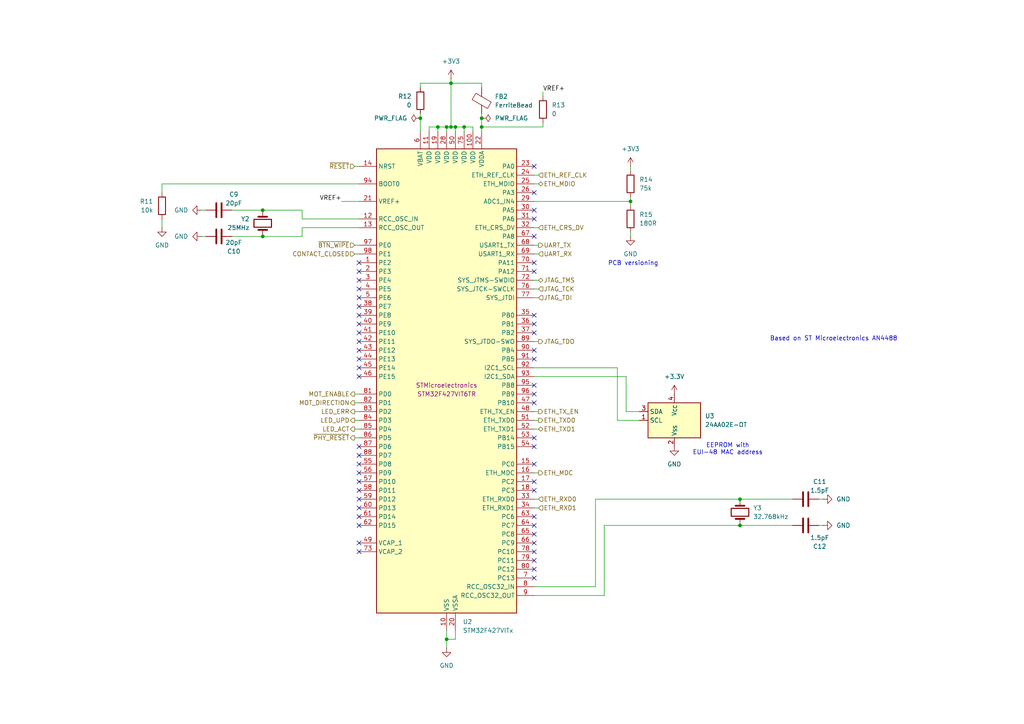
<source format=kicad_sch>
(kicad_sch (version 20250114) (generator "eeschema") (generator_version "9.0")
  (paper "A4")
  (title_block (title "iot-contact"))
  (lib_symbols
    (symbol "Device:C" (pin_numbers (hide yes)) (pin_names (offset 0.254))
      (property "Reference" "C" (at 0.635 2.54 0))
      (property "Value" "C" (at 0.635 -2.54 0))
      (symbol "C_0_1"
        (polyline (pts (xy -2.032 0.762) (xy 2.032 0.762)) (stroke (width 0.508)))
        (polyline (pts (xy -2.032 -0.762) (xy 2.032 -0.762)) (stroke (width 0.508)))
      )
      (symbol "C_1_1"
        (pin passive line (at 0 3.81 270) (length 2.794) (name "~") (number "1"))
        (pin passive line (at 0 -3.81 90) (length 2.794) (name "~") (number "2"))
      )
    )
    (symbol "Device:Crystal" (pin_numbers (hide yes)) (pin_names (offset 1.016) (hide yes))
      (property "Reference" "Y" (at 0 3.81 0))
      (property "Value" "Crystal" (at 0 -3.81 0))
      (symbol "Crystal_0_1"
        (polyline (pts (xy -2.54 0) (xy -1.905 0)))
        (polyline (pts (xy -1.905 -1.27) (xy -1.905 1.27)) (stroke (width 0.508)))
        (rectangle (start -1.143 2.54) (end 1.143 -2.54) (stroke (width 0.3048)))
        (polyline (pts (xy 1.905 -1.27) (xy 1.905 1.27)) (stroke (width 0.508)))
        (polyline (pts (xy 2.54 0) (xy 1.905 0)))
      )
      (symbol "Crystal_1_1"
        (pin passive line (at -3.81 0 0) (length 1.27) (name "1") (number "1"))
        (pin passive line (at 3.81 0 180) (length 1.27) (name "2") (number "2"))
      )
    )
    (symbol "Device:FerriteBead" (pin_numbers (hide yes)) (pin_names (offset 0))
      (property "Reference" "FB" (at -3.81 0.635 90))
      (property "Value" "FerriteBead" (at 3.81 0 90))
      (symbol "FerriteBead_0_1"
        (polyline (pts (xy -2.7686 0.4064) (xy -1.7018 2.2606) (xy 2.7686 -0.3048) (xy 1.6764 -2.159) (xy -2.7686 0.4064)))
        (polyline (pts (xy 0 1.27) (xy 0 1.2954)))
        (polyline (pts (xy 0 -1.27) (xy 0 -1.2192)))
      )
      (symbol "FerriteBead_1_1"
        (pin passive line (at 0 3.81 270) (length 2.54) (name "~") (number "1"))
        (pin passive line (at 0 -3.81 90) (length 2.54) (name "~") (number "2"))
      )
    )
    (symbol "Device:R" (pin_numbers (hide yes)) (pin_names (offset 0))
      (property "Reference" "R" (at 2.032 0 90))
      (property "Value" "R" (at 0 0 90))
      (symbol "R_0_1"
        (rectangle (start -1.016 -2.54) (end 1.016 2.54) (stroke (width 0.254)))
      )
      (symbol "R_1_1"
        (pin passive line (at 0 3.81 270) (length 1.27) (name "~") (number "1"))
        (pin passive line (at 0 -3.81 90) (length 1.27) (name "~") (number "2"))
      )
    )
    (symbol "MCU_ST_STM32F4:STM32F427VITx"
      (property "Reference" "U" (at -20.32 69.85 0))
      (property "Value" "STM32F427VITx" (at 12.7 69.85 0))
      (symbol "STM32F427VITx_0_1"
        (rectangle (start -20.32 -66.04) (end 20.32 68.58) (stroke (width 0.254)) (fill (type background)))
      )
      (symbol "STM32F427VITx_1_1"
        (pin input line (at -25.4 63.5 0) (length 5.08) (name "NRST") (number "14"))
        (pin input line (at -25.4 58.42 0) (length 5.08) (name "BOOT0") (number "94"))
        (pin input line (at -25.4 53.34 0) (length 5.08) (name "VREF+") (number "21"))
        (pin bidirectional line (at -25.4 48.26 0) (length 5.08) (name "PH0") (number "12") (alternate "RCC_OSC_IN" bidirectional line))
        (pin bidirectional line (at -25.4 45.72 0) (length 5.08) (name "PH1") (number "13") (alternate "RCC_OSC_OUT" bidirectional line))
        (pin bidirectional line (at -25.4 40.64 0) (length 5.08) (name "PE0") (number "97"))
        (pin bidirectional line (at -25.4 38.1 0) (length 5.08) (name "PE1") (number "98"))
        (pin bidirectional line (at -25.4 35.56 0) (length 5.08) (name "PE2") (number "1"))
        (pin bidirectional line (at -25.4 33.02 0) (length 5.08) (name "PE3") (number "2"))
        (pin bidirectional line (at -25.4 30.48 0) (length 5.08) (name "PE4") (number "3"))
        (pin bidirectional line (at -25.4 27.94 0) (length 5.08) (name "PE5") (number "4"))
        (pin bidirectional line (at -25.4 25.4 0) (length 5.08) (name "PE6") (number "5"))
        (pin bidirectional line (at -25.4 22.86 0) (length 5.08) (name "PE7") (number "38"))
        (pin bidirectional line (at -25.4 20.32 0) (length 5.08) (name "PE8") (number "39"))
        (pin bidirectional line (at -25.4 17.78 0) (length 5.08) (name "PE9") (number "40"))
        (pin bidirectional line (at -25.4 15.24 0) (length 5.08) (name "PE10") (number "41"))
        (pin bidirectional line (at -25.4 12.7 0) (length 5.08) (name "PE11") (number "42"))
        (pin bidirectional line (at -25.4 10.16 0) (length 5.08) (name "PE12") (number "43"))
        (pin bidirectional line (at -25.4 7.62 0) (length 5.08) (name "PE13") (number "44"))
        (pin bidirectional line (at -25.4 5.08 0) (length 5.08) (name "PE14") (number "45"))
        (pin bidirectional line (at -25.4 2.54 0) (length 5.08) (name "PE15") (number "46"))
        (pin bidirectional line (at -25.4 -2.54 0) (length 5.08) (name "PD0") (number "81"))
        (pin bidirectional line (at -25.4 -5.08 0) (length 5.08) (name "PD1") (number "82"))
        (pin bidirectional line (at -25.4 -7.62 0) (length 5.08) (name "PD2") (number "83"))
        (pin bidirectional line (at -25.4 -10.16 0) (length 5.08) (name "PD3") (number "84"))
        (pin bidirectional line (at -25.4 -12.7 0) (length 5.08) (name "PD4") (number "85"))
        (pin bidirectional line (at -25.4 -15.24 0) (length 5.08) (name "PD5") (number "86"))
        (pin bidirectional line (at -25.4 -17.78 0) (length 5.08) (name "PD6") (number "87"))
        (pin bidirectional line (at -25.4 -20.32 0) (length 5.08) (name "PD7") (number "88"))
        (pin bidirectional line (at -25.4 -22.86 0) (length 5.08) (name "PD8") (number "55"))
        (pin bidirectional line (at -25.4 -25.4 0) (length 5.08) (name "PD9") (number "56"))
        (pin bidirectional line (at -25.4 -27.94 0) (length 5.08) (name "PD10") (number "57"))
        (pin bidirectional line (at -25.4 -30.48 0) (length 5.08) (name "PD11") (number "58"))
        (pin bidirectional line (at -25.4 -33.02 0) (length 5.08) (name "PD12") (number "59"))
        (pin bidirectional line (at -25.4 -35.56 0) (length 5.08) (name "PD13") (number "60"))
        (pin bidirectional line (at -25.4 -38.1 0) (length 5.08) (name "PD14") (number "61"))
        (pin bidirectional line (at -25.4 -40.64 0) (length 5.08) (name "PD15") (number "62"))
        (pin power_out line (at -25.4 -45.72 0) (length 5.08) (name "VCAP_1") (number "49"))
        (pin power_out line (at -25.4 -48.26 0) (length 5.08) (name "VCAP_2") (number "73"))
        (pin power_in line (at -7.62 73.66 270) (length 5.08) (name "VBAT") (number "6"))
        (pin power_in line (at -5.08 73.66 270) (length 5.08) (name "VDD") (number "11"))
        (pin power_in line (at -2.54 73.66 270) (length 5.08) (name "VDD") (number "19"))
        (pin power_in line (at 0 73.66 270) (length 5.08) (name "VDD") (number "28"))
        (pin power_in line (at 0 -71.12 90) (length 5.08) (name "VSS") (number "10"))
        (pin passive line (at 0 -71.12 90) (length 5.08) (hide yes) (name "VSS") (number "27"))
        (pin passive line (at 0 -71.12 90) (length 5.08) (hide yes) (name "VSS") (number "74"))
        (pin passive line (at 0 -71.12 90) (length 5.08) (hide yes) (name "VSS") (number "99"))
        (pin power_in line (at 2.54 73.66 270) (length 5.08) (name "VDD") (number "50"))
        (pin power_in line (at 2.54 -71.12 90) (length 5.08) (name "VSSA") (number "20"))
        (pin power_in line (at 5.08 73.66 270) (length 5.08) (name "VDD") (number "75"))
        (pin power_in line (at 7.62 73.66 270) (length 5.08) (name "VDD") (number "100"))
        (pin power_in line (at 10.16 73.66 270) (length 5.08) (name "VDDA") (number "22"))
        (pin bidirectional line (at 25.4 63.5 180) (length 5.08) (name "PA0") (number "23"))
        (pin bidirectional line (at 25.4 60.96 180) (length 5.08) (name "PA1") (number "24") (alternate "ETH_REF_CLK" bidirectional line))
        (pin bidirectional line (at 25.4 58.42 180) (length 5.08) (name "PA2") (number "25") (alternate "ETH_MDIO" bidirectional line))
        (pin bidirectional line (at 25.4 55.88 180) (length 5.08) (name "PA3") (number "26"))
        (pin bidirectional line (at 25.4 53.34 180) (length 5.08) (name "PA4") (number "29") (alternate "ADC1_IN4" bidirectional line))
        (pin bidirectional line (at 25.4 50.8 180) (length 5.08) (name "PA5") (number "30"))
        (pin bidirectional line (at 25.4 48.26 180) (length 5.08) (name "PA6") (number "31"))
        (pin bidirectional line (at 25.4 45.72 180) (length 5.08) (name "PA7") (number "32") (alternate "ETH_CRS_DV" bidirectional line))
        (pin bidirectional line (at 25.4 43.18 180) (length 5.08) (name "PA8") (number "67"))
        (pin bidirectional line (at 25.4 40.64 180) (length 5.08) (name "PA9") (number "68") (alternate "USART1_TX" bidirectional line))
        (pin bidirectional line (at 25.4 38.1 180) (length 5.08) (name "PA10") (number "69") (alternate "USART1_RX" bidirectional line))
        (pin bidirectional line (at 25.4 35.56 180) (length 5.08) (name "PA11") (number "70"))
        (pin bidirectional line (at 25.4 33.02 180) (length 5.08) (name "PA12") (number "71"))
        (pin bidirectional line (at 25.4 30.48 180) (length 5.08) (name "PA13") (number "72") (alternate "SYS_JTMS-SWDIO" bidirectional line))
        (pin bidirectional line (at 25.4 27.94 180) (length 5.08) (name "PA14") (number "76") (alternate "SYS_JTCK-SWCLK" bidirectional line))
        (pin bidirectional line (at 25.4 25.4 180) (length 5.08) (name "PA15") (number "77") (alternate "SYS_JTDI" bidirectional line))
        (pin bidirectional line (at 25.4 20.32 180) (length 5.08) (name "PB0") (number "35"))
        (pin bidirectional line (at 25.4 17.78 180) (length 5.08) (name "PB1") (number "36"))
        (pin bidirectional line (at 25.4 15.24 180) (length 5.08) (name "PB2") (number "37"))
        (pin bidirectional line (at 25.4 12.7 180) (length 5.08) (name "PB3") (number "89") (alternate "SYS_JTDO-SWO" bidirectional line))
        (pin bidirectional line (at 25.4 10.16 180) (length 5.08) (name "PB4") (number "90"))
        (pin bidirectional line (at 25.4 7.62 180) (length 5.08) (name "PB5") (number "91"))
        (pin bidirectional line (at 25.4 5.08 180) (length 5.08) (name "PB6") (number "92") (alternate "I2C1_SCL" bidirectional line) (alternate "USART1_TX" bidirectional line))
        (pin bidirectional line (at 25.4 2.54 180) (length 5.08) (name "PB7") (number "93") (alternate "I2C1_SDA" bidirectional line) (alternate "USART1_RX" bidirectional line))
        (pin bidirectional line (at 25.4 0 180) (length 5.08) (name "PB8") (number "95") (alternate "I2C1_SCL" bidirectional line))
        (pin bidirectional line (at 25.4 -2.54 180) (length 5.08) (name "PB9") (number "96") (alternate "I2C1_SDA" bidirectional line))
        (pin bidirectional line (at 25.4 -5.08 180) (length 5.08) (name "PB10") (number "47"))
        (pin bidirectional line (at 25.4 -7.62 180) (length 5.08) (name "PB11") (number "48") (alternate "ETH_TX_EN" bidirectional line))
        (pin bidirectional line (at 25.4 -10.16 180) (length 5.08) (name "PB12") (number "51") (alternate "ETH_TXD0" bidirectional line))
        (pin bidirectional line (at 25.4 -12.7 180) (length 5.08) (name "PB13") (number "52") (alternate "ETH_TXD1" bidirectional line))
        (pin bidirectional line (at 25.4 -15.24 180) (length 5.08) (name "PB14") (number "53"))
        (pin bidirectional line (at 25.4 -17.78 180) (length 5.08) (name "PB15") (number "54"))
        (pin bidirectional line (at 25.4 -22.86 180) (length 5.08) (name "PC0") (number "15"))
        (pin bidirectional line (at 25.4 -25.4 180) (length 5.08) (name "PC1") (number "16") (alternate "ETH_MDC" bidirectional line))
        (pin bidirectional line (at 25.4 -27.94 180) (length 5.08) (name "PC2") (number "17"))
        (pin bidirectional line (at 25.4 -30.48 180) (length 5.08) (name "PC3") (number "18"))
        (pin bidirectional line (at 25.4 -33.02 180) (length 5.08) (name "PC4") (number "33") (alternate "ETH_RXD0" bidirectional line))
        (pin bidirectional line (at 25.4 -35.56 180) (length 5.08) (name "PC5") (number "34") (alternate "ETH_RXD1" bidirectional line))
        (pin bidirectional line (at 25.4 -38.1 180) (length 5.08) (name "PC6") (number "63"))
        (pin bidirectional line (at 25.4 -40.64 180) (length 5.08) (name "PC7") (number "64"))
        (pin bidirectional line (at 25.4 -43.18 180) (length 5.08) (name "PC8") (number "65"))
        (pin bidirectional line (at 25.4 -45.72 180) (length 5.08) (name "PC9") (number "66"))
        (pin bidirectional line (at 25.4 -48.26 180) (length 5.08) (name "PC10") (number "78"))
        (pin bidirectional line (at 25.4 -50.8 180) (length 5.08) (name "PC11") (number "79"))
        (pin bidirectional line (at 25.4 -53.34 180) (length 5.08) (name "PC12") (number "80"))
        (pin bidirectional line (at 25.4 -55.88 180) (length 5.08) (name "PC13") (number "7"))
        (pin bidirectional line (at 25.4 -58.42 180) (length 5.08) (name "PC14") (number "8") (alternate "RCC_OSC32_IN" bidirectional line))
        (pin bidirectional line (at 25.4 -60.96 180) (length 5.08) (name "PC15") (number "9") (alternate "RCC_OSC32_OUT" bidirectional line))
      )
    )
    (symbol "Memory_EEPROM:24AA02E-OT"
      (property "Reference" "U" (at -7.62 6.35 0))
      (property "Value" "24AA02E-OT" (at 2.54 -6.35 0))
      (symbol "24AA02E-OT_1_1"
        (rectangle (start -7.62 5.08) (end 7.62 -5.08) (stroke (width 0.254)) (fill (type background)))
        (pin no_connect line (at -10.16 0 0) (length 2.54) (hide yes) (name "NC") (number "5"))
        (pin power_in line (at 0 7.62 270) (length 2.54) (name "V_{CC}") (number "4"))
        (pin power_in line (at 0 -7.62 90) (length 2.54) (name "V_{SS}") (number "2"))
        (pin bidirectional line (at 10.16 2.54 180) (length 2.54) (name "SDA") (number "3"))
        (pin input line (at 10.16 0 180) (length 2.54) (name "SCL") (number "1"))
      )
    )
    (symbol "power:+3.3V" (power) (pin_numbers (hide yes)) (pin_names (offset 0) (hide yes))
      (property "Value" "+3.3V" (at 0 3.556 0))
      (symbol "+3.3V_0_1"
        (polyline (pts (xy -0.762 1.27) (xy 0 2.54)))
        (polyline (pts (xy 0 2.54) (xy 0.762 1.27)))
        (polyline (pts (xy 0 0) (xy 0 2.54)))
      )
      (symbol "+3.3V_1_1"
        (pin power_in line (at 0 0 90) (length 0) (name "~") (number "1"))
      )
    )
    (symbol "power:+3V3" (power) (pin_numbers (hide yes)) (pin_names (offset 0) (hide yes))
      (property "Value" "+3V3" (at 0 3.556 0))
      (symbol "+3V3_0_1"
        (polyline (pts (xy -0.762 1.27) (xy 0 2.54)))
        (polyline (pts (xy 0 2.54) (xy 0.762 1.27)))
        (polyline (pts (xy 0 0) (xy 0 2.54)))
      )
      (symbol "+3V3_1_1"
        (pin power_in line (at 0 0 90) (length 0) (name "~") (number "1"))
      )
    )
    (symbol "power:GND" (power) (pin_numbers (hide yes)) (pin_names (offset 0) (hide yes))
      (property "Value" "GND" (at 0 -3.81 0))
      (symbol "GND_0_1"
        (polyline (pts (xy 0 0) (xy 0 -1.27) (xy 1.27 -1.27) (xy 0 -2.54) (xy -1.27 -1.27) (xy 0 -1.27)))
      )
      (symbol "GND_1_1"
        (pin power_in line (at 0 0 270) (length 0) (name "~") (number "1"))
      )
    )
    (symbol "power:PWR_FLAG" (power) (pin_numbers (hide yes)) (pin_names (offset 0) (hide yes))
      (property "Value" "PWR_FLAG" (at 0 3.81 0))
      (symbol "PWR_FLAG_0_0"
        (pin power_out line (at 0 0 90) (length 0) (name "~") (number "1"))
      )
      (symbol "PWR_FLAG_0_1"
        (polyline (pts (xy 0 0) (xy 0 1.27) (xy -1.016 1.905) (xy 0 2.54) (xy 1.016 1.905) (xy 0 1.27)))
      )
    )
  )
  (text "PCB versioning" (at 183.642 76.454 0) (effects (font (size 1.27 1.27))))
  (text "EEPROM with\nEUI-48 MAC address" (at 211.074 130.302 0) (effects (font (size 1.27 1.27))))
  (text "Based on ST Microelectronics AN4488" (at 241.808 98.298 0) (effects (font (size 1.27 1.27))))
  (junction (at 130.81 24.13))
  (junction (at 129.54 185.42))
  (junction (at 132.08 36.83))
  (junction (at 139.7 34.29))
  (junction (at 76.2 68.58))
  (junction (at 214.63 144.78))
  (junction (at 139.7 36.83))
  (junction (at 214.63 152.4))
  (junction (at 129.54 36.83))
  (junction (at 130.81 36.83))
  (junction (at 121.92 34.29))
  (junction (at 182.88 58.42))
  (junction (at 127 36.83))
  (junction (at 134.62 36.83))
  (junction (at 76.2 60.96))
  (no_connect (at 154.94 149.86))
  (no_connect (at 104.14 88.9))
  (no_connect (at 104.14 152.4))
  (no_connect (at 154.94 114.3))
  (no_connect (at 154.94 142.24))
  (no_connect (at 104.14 160.02))
  (no_connect (at 154.94 167.64))
  (no_connect (at 104.14 149.86))
  (no_connect (at 104.14 132.08))
  (no_connect (at 104.14 142.24))
  (no_connect (at 154.94 139.7))
  (no_connect (at 154.94 127))
  (no_connect (at 104.14 101.6))
  (no_connect (at 154.94 76.2))
  (no_connect (at 154.94 96.52))
  (no_connect (at 104.14 91.44))
  (no_connect (at 154.94 129.54))
  (no_connect (at 104.14 144.78))
  (no_connect (at 154.94 55.88))
  (no_connect (at 104.14 137.16))
  (no_connect (at 104.14 81.28))
  (no_connect (at 104.14 139.7))
  (no_connect (at 104.14 109.22))
  (no_connect (at 154.94 78.74))
  (no_connect (at 154.94 91.44))
  (no_connect (at 104.14 134.62))
  (no_connect (at 154.94 134.62))
  (no_connect (at 104.14 76.2))
  (no_connect (at 104.14 157.48))
  (no_connect (at 154.94 162.56))
  (no_connect (at 104.14 93.98))
  (no_connect (at 154.94 157.48))
  (no_connect (at 154.94 93.98))
  (no_connect (at 154.94 60.96))
  (no_connect (at 154.94 104.14))
  (no_connect (at 154.94 101.6))
  (no_connect (at 104.14 147.32))
  (no_connect (at 154.94 63.5))
  (no_connect (at 104.14 86.36))
  (no_connect (at 104.14 83.82))
  (no_connect (at 104.14 104.14))
  (no_connect (at 154.94 160.02))
  (no_connect (at 154.94 68.58))
  (no_connect (at 154.94 154.94))
  (no_connect (at 154.94 48.26))
  (no_connect (at 154.94 111.76))
  (no_connect (at 154.94 165.1))
  (no_connect (at 104.14 129.54))
  (no_connect (at 104.14 78.74))
  (no_connect (at 104.14 106.68))
  (no_connect (at 104.14 96.52))
  (no_connect (at 154.94 152.4))
  (no_connect (at 154.94 116.84))
  (no_connect (at 104.14 99.06))
  (wire (pts (xy 134.62 38.1) (xy 134.62 36.83)))
  (wire (pts (xy 154.94 50.8) (xy 156.21 50.8)))
  (wire (pts (xy 46.99 63.5) (xy 46.99 66.04)))
  (wire (pts (xy 154.94 119.38) (xy 156.21 119.38)))
  (wire (pts (xy 127 36.83) (xy 127 38.1)))
  (wire (pts (xy 102.87 127) (xy 104.14 127)))
  (wire (pts (xy 137.16 36.83) (xy 134.62 36.83)))
  (wire (pts (xy 132.08 182.88) (xy 132.08 185.42)))
  (wire (pts (xy 139.7 34.29) (xy 139.7 36.83)))
  (wire (pts (xy 175.26 152.4) (xy 175.26 172.72)))
  (wire (pts (xy 175.26 172.72) (xy 154.94 172.72)))
  (wire (pts (xy 157.48 36.83) (xy 139.7 36.83)))
  (wire (pts (xy 172.72 170.18) (xy 172.72 144.78)))
  (wire (pts (xy 58.42 68.58) (xy 59.69 68.58)))
  (wire (pts (xy 137.16 38.1) (xy 137.16 36.83)))
  (wire (pts (xy 181.61 109.22) (xy 181.61 119.38)))
  (wire (pts (xy 121.92 34.29) (xy 121.92 38.1)))
  (wire (pts (xy 182.88 57.15) (xy 182.88 58.42)))
  (wire (pts (xy 154.94 99.06) (xy 156.21 99.06)))
  (wire (pts (xy 182.88 67.31) (xy 182.88 68.58)))
  (wire (pts (xy 154.94 58.42) (xy 182.88 58.42)))
  (wire (pts (xy 87.63 68.58) (xy 76.2 68.58)))
  (wire (pts (xy 237.49 152.4) (xy 238.76 152.4)))
  (wire (pts (xy 99.06 58.42) (xy 104.14 58.42)))
  (wire (pts (xy 154.94 73.66) (xy 156.21 73.66)))
  (wire (pts (xy 87.63 66.04) (xy 87.63 68.58)))
  (wire (pts (xy 139.7 36.83) (xy 139.7 38.1)))
  (wire (pts (xy 154.94 137.16) (xy 156.21 137.16)))
  (wire (pts (xy 214.63 144.78) (xy 229.87 144.78)))
  (wire (pts (xy 130.81 24.13) (xy 130.81 22.86)))
  (wire (pts (xy 129.54 38.1) (xy 129.54 36.83)))
  (wire (pts (xy 102.87 48.26) (xy 104.14 48.26)))
  (wire (pts (xy 154.94 106.68) (xy 179.07 106.68)))
  (wire (pts (xy 154.94 124.46) (xy 156.21 124.46)))
  (wire (pts (xy 124.46 36.83) (xy 124.46 38.1)))
  (wire (pts (xy 179.07 106.68) (xy 179.07 121.92)))
  (wire (pts (xy 67.31 68.58) (xy 76.2 68.58)))
  (wire (pts (xy 58.42 60.96) (xy 59.69 60.96)))
  (wire (pts (xy 104.14 66.04) (xy 87.63 66.04)))
  (wire (pts (xy 139.7 25.4) (xy 139.7 24.13)))
  (wire (pts (xy 102.87 73.66) (xy 104.14 73.66)))
  (wire (pts (xy 157.48 26.67) (xy 157.48 27.94)))
  (wire (pts (xy 129.54 36.83) (xy 130.81 36.83)))
  (wire (pts (xy 154.94 109.22) (xy 181.61 109.22)))
  (wire (pts (xy 130.81 36.83) (xy 132.08 36.83)))
  (wire (pts (xy 139.7 33.02) (xy 139.7 34.29)))
  (wire (pts (xy 132.08 36.83) (xy 132.08 38.1)))
  (wire (pts (xy 182.88 48.26) (xy 182.88 49.53)))
  (wire (pts (xy 154.94 170.18) (xy 172.72 170.18)))
  (wire (pts (xy 157.48 35.56) (xy 157.48 36.83)))
  (wire (pts (xy 154.94 86.36) (xy 156.21 86.36)))
  (wire (pts (xy 127 36.83) (xy 124.46 36.83)))
  (wire (pts (xy 102.87 121.92) (xy 104.14 121.92)))
  (wire (pts (xy 154.94 81.28) (xy 156.21 81.28)))
  (wire (pts (xy 67.31 60.96) (xy 76.2 60.96)))
  (wire (pts (xy 102.87 124.46) (xy 104.14 124.46)))
  (wire (pts (xy 134.62 36.83) (xy 132.08 36.83)))
  (wire (pts (xy 154.94 144.78) (xy 156.21 144.78)))
  (wire (pts (xy 237.49 144.78) (xy 238.76 144.78)))
  (wire (pts (xy 102.87 114.3) (xy 104.14 114.3)))
  (wire (pts (xy 121.92 25.4) (xy 121.92 24.13)))
  (wire (pts (xy 139.7 24.13) (xy 130.81 24.13)))
  (wire (pts (xy 46.99 55.88) (xy 46.99 53.34)))
  (wire (pts (xy 182.88 58.42) (xy 182.88 59.69)))
  (wire (pts (xy 121.92 24.13) (xy 130.81 24.13)))
  (wire (pts (xy 104.14 63.5) (xy 87.63 63.5)))
  (wire (pts (xy 154.94 147.32) (xy 156.21 147.32)))
  (wire (pts (xy 172.72 144.78) (xy 214.63 144.78)))
  (wire (pts (xy 46.99 53.34) (xy 104.14 53.34)))
  (wire (pts (xy 129.54 185.42) (xy 129.54 187.96)))
  (wire (pts (xy 129.54 182.88) (xy 129.54 185.42)))
  (wire (pts (xy 87.63 63.5) (xy 87.63 60.96)))
  (wire (pts (xy 214.63 152.4) (xy 229.87 152.4)))
  (wire (pts (xy 154.94 66.04) (xy 156.21 66.04)))
  (wire (pts (xy 179.07 121.92) (xy 185.42 121.92)))
  (wire (pts (xy 130.81 36.83) (xy 130.81 24.13)))
  (wire (pts (xy 154.94 83.82) (xy 156.21 83.82)))
  (wire (pts (xy 181.61 119.38) (xy 185.42 119.38)))
  (wire (pts (xy 102.87 71.12) (xy 104.14 71.12)))
  (wire (pts (xy 154.94 121.92) (xy 156.21 121.92)))
  (wire (pts (xy 154.94 71.12) (xy 156.21 71.12)))
  (wire (pts (xy 121.92 33.02) (xy 121.92 34.29)))
  (wire (pts (xy 154.94 53.34) (xy 156.21 53.34)))
  (wire (pts (xy 87.63 60.96) (xy 76.2 60.96)))
  (wire (pts (xy 129.54 36.83) (xy 127 36.83)))
  (wire (pts (xy 214.63 152.4) (xy 175.26 152.4)))
  (wire (pts (xy 102.87 116.84) (xy 104.14 116.84)))
  (wire (pts (xy 132.08 185.42) (xy 129.54 185.42)))
  (wire (pts (xy 102.87 119.38) (xy 104.14 119.38)))
  (label "VREF+" (at 157.48 26.67 0))
  (label "VREF+" (at 99.06 58.42 180))
  (hierarchical_label "~{RESET}" (shape input) (at 102.87 48.26 180))
  (hierarchical_label "ETH_REF_CLK" (shape input) (at 156.21 50.8 0))
  (hierarchical_label "MOT_ENABLE" (shape output) (at 102.87 114.3 180))
  (hierarchical_label "UART_TX" (shape output) (at 156.21 71.12 0))
  (hierarchical_label "ETH_TXD1" (shape bidirectional) (at 156.21 124.46 0))
  (hierarchical_label "LED_UPD" (shape output) (at 102.87 121.92 180))
  (hierarchical_label "JTAG_TMS" (shape bidirectional) (at 156.21 81.28 0))
  (hierarchical_label "~{BTN_WIPE}" (shape input) (at 102.87 71.12 180))
  (hierarchical_label "JTAG_TDI" (shape input) (at 156.21 86.36 0))
  (hierarchical_label "LED_ACT" (shape output) (at 102.87 124.46 180))
  (hierarchical_label "MOT_DIRECTION" (shape output) (at 102.87 116.84 180))
  (hierarchical_label "ETH_RXD1" (shape input) (at 156.21 147.32 0))
  (hierarchical_label "JTAG_TCK" (shape input) (at 156.21 83.82 0))
  (hierarchical_label "ETH_CRS_DV" (shape input) (at 156.21 66.04 0))
  (hierarchical_label "ETH_TXD0" (shape output) (at 156.21 121.92 0))
  (hierarchical_label "ETH_TX_EN" (shape output) (at 156.21 119.38 0))
  (hierarchical_label "ETH_RXD0" (shape input) (at 156.21 144.78 0))
  (hierarchical_label "JTAG_TDO" (shape output) (at 156.21 99.06 0))
  (hierarchical_label "ETH_MDIO" (shape bidirectional) (at 156.21 53.34 0))
  (hierarchical_label "LED_ERR" (shape output) (at 102.87 119.38 180))
  (hierarchical_label "~{PHY_RESET}" (shape output) (at 102.87 127 180))
  (hierarchical_label "UART_RX" (shape input) (at 156.21 73.66 0))
  (hierarchical_label "ETH_MDC" (shape output) (at 156.21 137.16 0))
  (hierarchical_label "CONTACT_CLOSED" (shape input) (at 102.87 73.66 180))
  (symbol (lib_id "Memory_EEPROM:24AA02E-OT") (at 195.58 121.92 0) (mirror y) (unit 1)
    (property "Reference" "U3" (at 204.47 120.6499 0) (effects (justify right)))
    (property "Value" "24AA02E-OT" (at 204.47 123.1899 0) (effects (justify right)))
    (property "Footprint" "Package_TO_SOT_SMD:SOT-23-5" (effects (hide yes)))
    (property "Datasheet" "https://ww1.microchip.com/downloads/aemDocuments/documents/MPD/ProductDocuments/DataSheets/2-Kbit-I2C-Serial-EEPROMs-+EUI-48-or-EUI-64-Node-20002124.pdf" (effects (hide yes)))
    (property "Description" "I2C Serial EEPROM with EUI-48 or EUI-64, 2Kb, SOT-23-5" (effects (hide yes)))
  )
  (symbol (lib_id "Device:C") (at 63.5 60.96 90) (unit 1)
    (property "Reference" "C9" (at 67.818 56.388 90))
    (property "Value" "20pF" (at 67.818 58.928 90))
    (property "Description" "Unpolarized capacitor" (effects (hide yes)))
  )
  (symbol (lib_id "power:GND") (at 195.58 129.54 0) (mirror y) (unit 1)
    (property "Reference" "#PWR030" (effects (hide yes)))
    (property "Value" "GND" (at 195.58 134.62 0))
    (property "Description" "Power symbol creates a global label with name \"GND\" , ground" (effects (hide yes)))
  )
  (symbol (lib_id "Device:R") (at 182.88 63.5 0) (unit 1)
    (property "Reference" "R15" (at 185.42 62.2299 0) (effects (justify left)))
    (property "Value" "180R" (at 185.42 64.7699 0) (effects (justify left)))
    (property "Description" "Resistor" (effects (hide yes)))
  )
  (symbol (lib_id "Device:R") (at 46.99 59.69 0) (mirror y) (unit 1)
    (property "Reference" "R11" (at 44.45 58.4199 0) (effects (justify left)))
    (property "Value" "10k" (at 44.45 60.9599 0) (effects (justify left)))
    (property "Description" "Resistor" (effects (hide yes)))
  )
  (symbol (lib_id "power:GND") (at 58.42 68.58 270) (unit 1)
    (property "Reference" "#PWR024" (effects (hide yes)))
    (property "Value" "GND" (at 54.61 68.5799 90) (effects (justify right)))
    (property "Description" "Power symbol creates a global label with name \"GND\" , ground" (effects (hide yes)))
  )
  (symbol (lib_id "Device:R") (at 182.88 53.34 0) (unit 1)
    (property "Reference" "R14" (at 185.42 52.0699 0) (effects (justify left)))
    (property "Value" "75k" (at 185.42 54.6099 0) (effects (justify left)))
    (property "Description" "Resistor" (effects (hide yes)))
  )
  (symbol (lib_id "power:+3V3") (at 130.81 22.86 0) (unit 1)
    (property "Reference" "#PWR026" (effects (hide yes)))
    (property "Value" "+3V3" (at 130.81 17.78 0))
    (property "Description" "Power symbol creates a global label with name \"+3V3\"" (effects (hide yes)))
  )
  (symbol (lib_id "MCU_ST_STM32F4:STM32F427VITx") (at 129.54 111.76 0) (unit 1)
    (property "Reference" "U2" (at 134.2233 180.34 0) (effects (justify left)))
    (property "Value" "STM32F427VITx" (at 134.2233 182.88 0) (effects (justify left)))
    (property "Footprint" "Package_QFP:LQFP-100_14x14mm_P0.5mm" (effects (hide yes)))
    (property "Datasheet" "https://www.st.com/resource/en/datasheet/stm32f427vi.pdf" (effects (hide yes)))
    (property "Description" "STMicroelectronics Arm Cortex-M4 MCU, 2048KB flash, 256KB RAM, 180 MHz, 1.8-3.6V, 82 GPIO, LQFP100" (effects (hide yes)))
    (property "MPN" "STM32F427VIT6TR" (at 129.54 114.3 0))
    (property "Manufacturer" "STMicroelectronics" (at 129.54 111.76 0))
    (pin "92" (alternate "I2C1_SCL"))
    (pin "48" (alternate "ETH_TX_EN"))
    (pin "9" (alternate "RCC_OSC32_OUT"))
    (pin "8" (alternate "RCC_OSC32_IN"))
    (pin "76" (alternate "SYS_JTCK-SWCLK"))
    (pin "32" (alternate "ETH_CRS_DV"))
    (pin "77" (alternate "SYS_JTDI"))
    (pin "68" (alternate "USART1_TX"))
    (pin "72" (alternate "SYS_JTMS-SWDIO"))
    (pin "69" (alternate "USART1_RX"))
    (pin "33" (alternate "ETH_RXD0"))
    (pin "12" (alternate "RCC_OSC_IN"))
    (pin "13" (alternate "RCC_OSC_OUT"))
    (pin "52" (alternate "ETH_TXD1"))
    (pin "51" (alternate "ETH_TXD0"))
    (pin "89" (alternate "SYS_JTDO-SWO"))
    (pin "25" (alternate "ETH_MDIO"))
    (pin "24" (alternate "ETH_REF_CLK"))
    (pin "34" (alternate "ETH_RXD1"))
    (pin "93" (alternate "I2C1_SDA"))
    (pin "29" (alternate "ADC1_IN4"))
    (pin "16" (alternate "ETH_MDC"))
  )
  (symbol (lib_id "Device:C") (at 233.68 144.78 90) (unit 1)
    (property "Reference" "C11" (at 237.744 139.7 90))
    (property "Value" "1.5pF" (at 237.744 142.24 90))
    (property "Description" "Unpolarized capacitor" (effects (hide yes)))
  )
  (symbol (lib_id "power:GND") (at 58.42 60.96 270) (unit 1)
    (property "Reference" "#PWR023" (effects (hide yes)))
    (property "Value" "GND" (at 54.61 60.9599 90) (effects (justify right)))
    (property "Description" "Power symbol creates a global label with name \"GND\" , ground" (effects (hide yes)))
  )
  (symbol (lib_id "power:PWR_FLAG") (at 121.92 34.29 90) (mirror x) (unit 1)
    (property "Reference" "#FLG04" (effects (hide yes)))
    (property "Value" "PWR_FLAG" (at 118.11 34.2899 90) (effects (justify left)))
    (property "Description" "Special symbol for telling ERC where power comes from" (effects (hide yes)))
  )
  (symbol (lib_id "Device:Crystal") (at 214.63 148.59 90) (unit 1)
    (property "Reference" "Y3" (at 218.44 147.3199 90) (effects (justify right)))
    (property "Value" "32.768kHz" (at 218.44 149.8599 90) (effects (justify right)))
    (property "Description" "Two pin crystal" (effects (hide yes)))
  )
  (symbol (lib_id "power:GND") (at 46.99 66.04 0) (unit 1)
    (property "Reference" "#PWR022" (effects (hide yes)))
    (property "Value" "GND" (at 46.99 71.12 0))
    (property "Description" "Power symbol creates a global label with name \"GND\" , ground" (effects (hide yes)))
  )
  (symbol (lib_id "Device:R") (at 121.92 29.21 0) (mirror y) (unit 1)
    (property "Reference" "R12" (at 119.38 27.9399 0) (effects (justify left)))
    (property "Value" "0" (at 119.38 30.4799 0) (effects (justify left)))
    (property "Description" "Resistor" (effects (hide yes)))
  )
  (symbol (lib_id "power:+3V3") (at 182.88 48.26 0) (unit 1)
    (property "Reference" "#PWR027" (effects (hide yes)))
    (property "Value" "+3V3" (at 182.88 43.18 0))
    (property "Description" "Power symbol creates a global label with name \"+3V3\"" (effects (hide yes)))
  )
  (symbol (lib_id "Device:C") (at 233.68 152.4 90) (mirror x) (unit 1)
    (property "Reference" "C12" (at 237.744 158.496 90))
    (property "Value" "1.5pF" (at 237.744 155.956 90))
    (property "Description" "Unpolarized capacitor" (effects (hide yes)))
  )
  (symbol (lib_id "Device:C") (at 63.5 68.58 90) (mirror x) (unit 1)
    (property "Reference" "C10" (at 67.818 72.898 90))
    (property "Value" "20pF" (at 67.818 70.358 90))
    (property "Description" "Unpolarized capacitor" (effects (hide yes)))
  )
  (symbol (lib_id "Device:FerriteBead") (at 139.7 29.21 180) (unit 1)
    (property "Reference" "FB2" (at 143.51 27.9907 0) (effects (justify right)))
    (property "Value" "FerriteBead" (at 143.51 30.5307 0) (effects (justify right)))
    (property "Description" "Ferrite bead" (effects (hide yes)))
  )
  (symbol (lib_id "Device:Crystal") (at 76.2 64.77 270) (mirror x) (unit 1)
    (property "Reference" "Y2" (at 72.39 63.4999 90) (effects (justify right)))
    (property "Value" "25MHz" (at 72.39 66.0399 90) (effects (justify right)))
    (property "Description" "Two pin crystal" (effects (hide yes)))
  )
  (symbol (lib_id "power:PWR_FLAG") (at 139.7 34.29 270) (unit 1)
    (property "Reference" "#FLG03" (effects (hide yes)))
    (property "Value" "PWR_FLAG" (at 143.51 34.2899 90) (effects (justify left)))
    (property "Description" "Special symbol for telling ERC where power comes from" (effects (hide yes)))
  )
  (symbol (lib_id "power:GND") (at 182.88 68.58 0) (unit 1)
    (property "Reference" "#PWR028" (effects (hide yes)))
    (property "Value" "GND" (at 182.88 73.66 0))
    (property "Description" "Power symbol creates a global label with name \"GND\" , ground" (effects (hide yes)))
  )
  (symbol (lib_id "power:GND") (at 238.76 152.4 90) (unit 1)
    (property "Reference" "#PWR032" (effects (hide yes)))
    (property "Value" "GND" (at 242.57 152.3999 90) (effects (justify right)))
    (property "Description" "Power symbol creates a global label with name \"GND\" , ground" (effects (hide yes)))
  )
  (symbol (lib_id "power:GND") (at 129.54 187.96 0) (unit 1)
    (property "Reference" "#PWR025" (effects (hide yes)))
    (property "Value" "GND" (at 129.54 193.04 0))
    (property "Description" "Power symbol creates a global label with name \"GND\" , ground" (effects (hide yes)))
  )
  (symbol (lib_id "power:GND") (at 238.76 144.78 90) (unit 1)
    (property "Reference" "#PWR031" (effects (hide yes)))
    (property "Value" "GND" (at 242.57 144.7799 90) (effects (justify right)))
    (property "Description" "Power symbol creates a global label with name \"GND\" , ground" (effects (hide yes)))
  )
  (symbol (lib_id "Device:R") (at 157.48 31.75 0) (unit 1)
    (property "Reference" "R13" (at 160.02 30.4799 0) (effects (justify left)))
    (property "Value" "0" (at 160.02 33.0199 0) (effects (justify left)))
    (property "Description" "Resistor" (effects (hide yes)))
  )
  (symbol (lib_id "power:+3.3V") (at 195.58 114.3 0) (mirror y) (unit 1)
    (property "Reference" "#PWR029" (effects (hide yes)))
    (property "Value" "+3.3V" (at 195.58 109.22 0))
    (property "Description" "Power symbol creates a global label with name \"+3.3V\"" (effects (hide yes)))
  )
)
</source>
